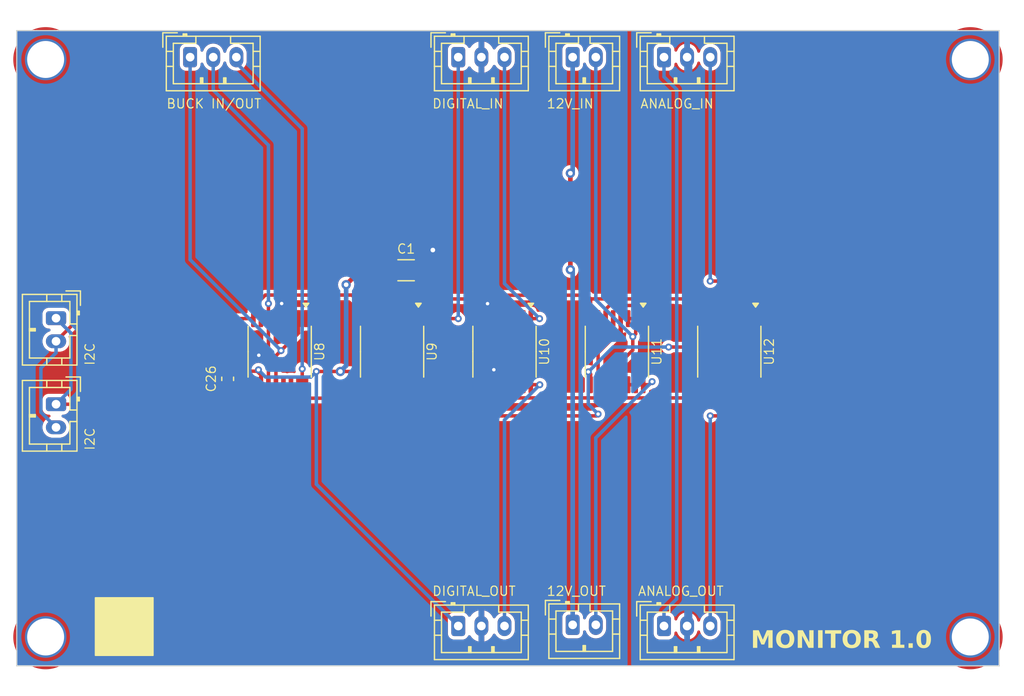
<source format=kicad_pcb>
(kicad_pcb (version 20240108) (generator "pcbnew") (generator_version "8.0")
  (layers (0 "F.Cu" signal) (31 "B.Cu" signal) (34 "B.Paste" user) (35 "F.Paste" user) (36 "B.SilkS" user "B.Silkscreen") (37 "F.SilkS" user "F.Silkscreen") (38 "B.Mask" user) (39 "F.Mask" user) (44 "Edge.Cuts" user))
  (net 0 "")
  (net 1 "PGND")
  (net 2 "7V_IN")
  (net 3 "3V3_IN")
  (net 4 "AGND")
  (net 5 "5V_IN")
  (net 6 "3V3")
  (net 7 "SCL")
  (net 8 "SDA")
  (net 9 "7V_OUT")
  (net 10 "5V_OUT")
  (net 12 "12V_OUT")
  (net 14 "3V3_OUT")
  (net 15 "GND")
  (net 16 "RELAY_GND")
  (net 18 "DC_NEG_OUT")
  (net 19 "DC_POS_OUT")
  (net 21 "DC_POS_IN")
  (net 22 "12V_IN")
  (footprint "Package_SO:TSSOP-16_4.4x5mm_P0.65mm" (layer "F.Cu") (at 128.1 91.3 -90)
    (property "Reference" "U10" (at 0 -3.45 90) (layer "F.SilkS") (effects (font (size 0.8 0.8) (thickness 0.1))))
    (property "Value" "INA260")
    (pad "1" smd roundrect (at -2.8625 -2.275 270) (size 1.475 0.4) (layers "F.Cu" "F.Paste" "F.Mask") (net 5 "5V_IN"))
    (pad "2" smd roundrect (at -2.8625 -1.625 270) (size 1.475 0.4) (layers "F.Cu" "F.Paste" "F.Mask") (net 5 "5V_IN"))
    (pad "3" smd roundrect (at -2.8625 -0.975 270) (size 1.475 0.4) (layers "F.Cu" "F.Paste" "F.Mask") (net 5 "5V_IN"))
    (pad "4" smd roundrect (at -2.8625 -0.325 270) (size 1.475 0.4) (layers "F.Cu" "F.Paste" "F.Mask") (net 14 "3V3_OUT"))
    (pad "5" smd roundrect (at -2.8625 0.325 270) (size 1.475 0.4) (layers "F.Cu" "F.Paste" "F.Mask") (net 15 "GND"))
    (pad "6" smd roundrect (at -2.8625 0.975 270) (size 1.475 0.4) (layers "F.Cu" "F.Paste" "F.Mask") (net 15 "GND"))
    (pad "7" smd roundrect (at -2.8625 1.625 270) (size 1.475 0.4) (layers "F.Cu" "F.Paste" "F.Mask"))
    (pad "8" smd roundrect (at -2.8625 2.275 270) (size 1.475 0.4) (layers "F.Cu" "F.Paste" "F.Mask") (net 8 "SDA"))
    (pad "9" smd roundrect (at 2.8625 2.275 270) (size 1.475 0.4) (layers "F.Cu" "F.Paste" "F.Mask") (net 7 "SCL"))
    (pad "10" smd roundrect (at 2.8625 1.625 270) (size 1.475 0.4) (layers "F.Cu" "F.Paste" "F.Mask") (net 14 "3V3_OUT"))
    (pad "11" smd roundrect (at 2.8625 0.975 270) (size 1.475 0.4) (layers "F.Cu" "F.Paste" "F.Mask") (net 15 "GND"))
    (pad "12" smd roundrect (at 2.8625 0.325 270) (size 1.475 0.4) (layers "F.Cu" "F.Paste" "F.Mask") (net 5 "5V_IN"))
    (pad "13" smd roundrect (at 2.8625 -0.325 270) (size 1.475 0.4) (layers "F.Cu" "F.Paste" "F.Mask"))
    (pad "14" smd roundrect (at 2.8625 -0.975 270) (size 1.475 0.4) (layers "F.Cu" "F.Paste" "F.Mask") (net 10 "5V_OUT"))
    (pad "15" smd roundrect (at 2.8625 -1.625 270) (size 1.475 0.4) (layers "F.Cu" "F.Paste" "F.Mask") (net 10 "5V_OUT"))
    (pad "16" smd roundrect (at 2.8625 -2.275 270) (size 1.475 0.4) (layers "F.Cu" "F.Paste" "F.Mask") (net 10 "5V_OUT"))
  )
  (footprint "MountingHole:MountingHole_3.2mm_M3_DIN965_Pad_TopOnly" (layer "F.Cu") (at 88.4 66 90)
    (property "Reference" "H1" (hide yes))
    (property "Value" "MountingHole")
    (pad "1" thru_hole circle (at 0 0 90) (size 3.6 3.6) (drill 3.2) (layers "*.Cu" "*.Mask"))
    (pad "1" connect circle (at 0 0 90) (size 5.6 5.6) (layers "F.Cu" "F.Mask"))
  )
  (footprint "MountingHole:MountingHole_3.2mm_M3_DIN965_Pad_TopOnly" (layer "F.Cu") (at 88.4 116 90)
    (property "Reference" "H3" (hide yes))
    (property "Value" "MountingHole")
    (pad "1" thru_hole circle (at 0 0 90) (size 3.6 3.6) (drill 3.2) (layers "*.Cu" "*.Mask"))
    (pad "1" connect circle (at 0 0 90) (size 5.6 5.6) (layers "F.Cu" "F.Mask"))
  )
  (footprint "MountingHole:MountingHole_3.2mm_M3_DIN965_Pad_TopOnly" (layer "F.Cu") (at 168.4 66 90)
    (property "Reference" "H2" (hide yes))
    (property "Value" "MountingHole")
    (pad "1" thru_hole circle (at 0 0 90) (size 3.6 3.6) (drill 3.2) (layers "*.Cu" "*.Mask"))
    (pad "1" connect circle (at 0 0 90) (size 5.6 5.6) (layers "F.Cu" "F.Mask"))
  )
  (footprint "Connector_JST:JST_PH_B3B-PH-K_1x03_P2.00mm_Vertical" (layer "F.Cu") (at 141.9 115.05)
    (property "Reference" "J6" (hide yes))
    (property "Value" "Conn_01x03_Pin")
    (pad "1" thru_hole roundrect (at 0 0) (size 1.2 1.75) (drill 0.75) (layers "*.Cu" "*.Mask") (roundrect_rratio 0.208333) (net 18 "DC_NEG_OUT"))
    (pad "2" thru_hole oval (at 2 0) (size 1.2 1.75) (drill 0.75) (layers "*.Cu" "*.Mask") (net 4 "AGND"))
    (pad "3" thru_hole oval (at 4 0) (size 1.2 1.75) (drill 0.75) (layers "*.Cu" "*.Mask") (net 19 "DC_POS_OUT"))
  )
  (footprint "Package_SO:TSSOP-16_4.4x5mm_P0.65mm" (layer "F.Cu") (at 108.65 91.3 -90)
    (property "Reference" "U8" (at 0 -3.45 90) (layer "F.SilkS") (effects (font (size 0.8 0.8) (thickness 0.1))))
    (property "Value" "INA260")
    (pad "1" smd roundrect (at -2.8625 -2.275 270) (size 1.475 0.4) (layers "F.Cu" "F.Paste" "F.Mask") (net 2 "7V_IN"))
    (pad "2" smd roundrect (at -2.8625 -1.625 270) (size 1.475 0.4) (layers "F.Cu" "F.Paste" "F.Mask") (net 2 "7V_IN"))
    (pad "3" smd roundrect (at -2.8625 -0.975 270) (size 1.475 0.4) (layers "F.Cu" "F.Paste" "F.Mask") (net 2 "7V_IN"))
    (pad "4" smd roundrect (at -2.8625 -0.325 270) (size 1.475 0.4) (layers "F.Cu" "F.Paste" "F.Mask") (net 15 "GND"))
    (pad "5" smd roundrect (at -2.8625 0.325 270) (size 1.475 0.4) (layers "F.Cu" "F.Paste" "F.Mask") (net 15 "GND"))
    (pad "6" smd roundrect (at -2.8625 0.975 270) (size 1.475 0.4) (layers "F.Cu" "F.Paste" "F.Mask") (net 1 "PGND"))
    (pad "7" smd roundrect (at -2.8625 1.625 270) (size 1.475 0.4) (layers "F.Cu" "F.Paste" "F.Mask"))
    (pad "8" smd roundrect (at -2.8625 2.275 270) (size 1.475 0.4) (layers "F.Cu" "F.Paste" "F.Mask") (net 8 "SDA"))
    (pad "9" smd roundrect (at 2.8625 2.275 270) (size 1.475 0.4) (layers "F.Cu" "F.Paste" "F.Mask") (net 7 "SCL"))
    (pad "10" smd roundrect (at 2.8625 1.625 270) (size 1.475 0.4) (layers "F.Cu" "F.Paste" "F.Mask") (net 14 "3V3_OUT"))
    (pad "11" smd roundrect (at 2.8625 0.975 270) (size 1.475 0.4) (layers "F.Cu" "F.Paste" "F.Mask") (net 1 "PGND"))
    (pad "12" smd roundrect (at 2.8625 0.325 270) (size 1.475 0.4) (layers "F.Cu" "F.Paste" "F.Mask") (net 2 "7V_IN"))
    (pad "13" smd roundrect (at 2.8625 -0.325 270) (size 1.475 0.4) (layers "F.Cu" "F.Paste" "F.Mask"))
    (pad "14" smd roundrect (at 2.8625 -0.975 270) (size 1.475 0.4) (layers "F.Cu" "F.Paste" "F.Mask") (net 9 "7V_OUT"))
    (pad "15" smd roundrect (at 2.8625 -1.625 270) (size 1.475 0.4) (layers "F.Cu" "F.Paste" "F.Mask") (net 9 "7V_OUT"))
    (pad "16" smd roundrect (at 2.8625 -2.275 270) (size 1.475 0.4) (layers "F.Cu" "F.Paste" "F.Mask") (net 9 "7V_OUT"))
  )
  (footprint "Capacitor_SMD:C_1206_3216Metric_Pad1.33x1.80mm_HandSolder" (layer "F.Cu") (at 119.5875 84.25)
    (property "Reference" "C1" (at 0 -1.85 0) (layer "F.SilkS") (effects (font (size 0.8 0.8) (thickness 0.1))))
    (property "Value" "10u")
    (pad "1" smd roundrect (at -1.5625 0) (size 1.325 1.8) (layers "F.Cu" "F.Paste" "F.Mask") (roundrect_rratio 0.188679) (net 14 "3V3_OUT"))
    (pad "2" smd roundrect (at 1.5625 0) (size 1.325 1.8) (layers "F.Cu" "F.Paste" "F.Mask") (roundrect_rratio 0.188679) (net 15 "GND"))
  )
  (footprint "Capacitor_SMD:C_0603_1608Metric_Pad1.08x0.95mm_HandSolder" (layer "F.Cu") (at 104.15 93.65 90)
    (property "Reference" "C26" (at 0 -1.43 90) (layer "F.SilkS") (effects (font (size 0.8 0.8) (thickness 0.1))))
    (property "Value" "0.1U")
    (pad "1" smd roundrect (at -0.8625 0 90) (size 1.075 0.95) (layers "F.Cu" "F.Paste" "F.Mask") (net 14 "3V3_OUT"))
    (pad "2" smd roundrect (at 0.8625 0 90) (size 1.075 0.95) (layers "F.Cu" "F.Paste" "F.Mask") (net 15 "GND"))
  )
  (footprint "Connector_JST:JST_PH_B2B-PH-K_1x02_P2.00mm_Vertical" (layer "F.Cu") (at 134 114.95)
    (property "Reference" "J4" (hide yes))
    (property "Value" "Conn_01x02_Pin")
    (pad "1" thru_hole roundrect (at 0 0) (size 1.2 1.75) (drill 0.75) (layers "*.Cu" "*.Mask") (roundrect_rratio 0.208333) (net 16 "RELAY_GND"))
    (pad "2" thru_hole oval (at 2 0) (size 1.2 1.75) (drill 0.75) (layers "*.Cu" "*.Mask") (net 12 "12V_OUT"))
  )
  (footprint "Connector_JST:JST_PH_B3B-PH-K_1x03_P2.00mm_Vertical" (layer "F.Cu") (at 100.9 65.8)
    (property "Reference" "J1" (hide yes))
    (property "Value" "Conn_01x03_Pin")
    (pad "1" thru_hole roundrect (at 0 0) (size 1.2 1.75) (drill 0.75) (layers "*.Cu" "*.Mask") (roundrect_rratio 0.208333) (net 2 "7V_IN"))
    (pad "2" thru_hole oval (at 2 0) (size 1.2 1.75) (drill 0.75) (layers "*.Cu" "*.Mask") (net 1 "PGND"))
    (pad "3" thru_hole oval (at 4 0) (size 1.2 1.75) (drill 0.75) (layers "*.Cu" "*.Mask") (net 9 "7V_OUT"))
  )
  (footprint "Connector_JST:JST_PH_B3B-PH-K_1x03_P2.00mm_Vertical" (layer "F.Cu") (at 124.1 65.8)
    (property "Reference" "J2" (hide yes))
    (property "Value" "Conn_01x03_Pin")
    (pad "1" thru_hole roundrect (at 0 0) (size 1.2 1.75) (drill 0.75) (layers "*.Cu" "*.Mask") (roundrect_rratio 0.208333) (net 3 "3V3_IN"))
    (pad "2" thru_hole oval (at 2 0) (size 1.2 1.75) (drill 0.75) (layers "*.Cu" "*.Mask") (net 15 "GND"))
    (pad "3" thru_hole oval (at 4 0) (size 1.2 1.75) (drill 0.75) (layers "*.Cu" "*.Mask") (net 5 "5V_IN"))
  )
  (footprint "Connector_JST:JST_PH_B2B-PH-K_1x02_P2.00mm_Vertical" (layer "F.Cu") (at 89.3 95.85 -90)
    (property "Reference" "J3" (hide yes))
    (property "Value" "Conn_01x02_Pin")
    (pad "1" thru_hole roundrect (at 0 0 270) (size 1.2 1.75) (drill 0.75) (layers "*.Cu" "*.Mask") (roundrect_rratio 0.208333) (net 7 "SCL"))
    (pad "2" thru_hole oval (at 2 0 270) (size 1.2 1.75) (drill 0.75) (layers "*.Cu" "*.Mask") (net 8 "SDA"))
  )
  (footprint "Connector_JST:JST_PH_B2B-PH-K_1x02_P2.00mm_Vertical" (layer "F.Cu") (at 134 65.8)
    (property "Reference" "J8" (hide yes))
    (property "Value" "Conn_01x02_Pin")
    (pad "1" thru_hole roundrect (at 0 0) (size 1.2 1.75) (drill 0.75) (layers "*.Cu" "*.Mask") (roundrect_rratio 0.208333) (net 16 "RELAY_GND"))
    (pad "2" thru_hole oval (at 2 0) (size 1.2 1.75) (drill 0.75) (layers "*.Cu" "*.Mask") (net 22 "12V_IN"))
  )
  (footprint "Package_SO:TSSOP-16_4.4x5mm_P0.65mm" (layer "F.Cu") (at 118.375 91.3 -90)
    (property "Reference" "U9" (at 0 -3.45 90) (layer "F.SilkS") (effects (font (size 0.8 0.8) (thickness 0.1))))
    (property "Value" "INA260")
    (pad "1" smd roundrect (at -2.8625 -2.275 270) (size 1.475 0.4) (layers "F.Cu" "F.Paste" "F.Mask") (net 3 "3V3_IN"))
    (pad "2" smd roundrect (at -2.8625 -1.625 270) (size 1.475 0.4) (layers "F.Cu" "F.Paste" "F.Mask") (net 3 "3V3_IN"))
    (pad "3" smd roundrect (at -2.8625 -0.975 270) (size 1.475 0.4) (layers "F.Cu" "F.Paste" "F.Mask") (net 3 "3V3_IN"))
    (pad "4" smd roundrect (at -2.8625 -0.325 270) (size 1.475 0.4) (layers "F.Cu" "F.Paste" "F.Mask") (net 6 "3V3"))
    (pad "5" smd roundrect (at -2.8625 0.325 270) (size 1.475 0.4) (layers "F.Cu" "F.Paste" "F.Mask") (net 6 "3V3"))
    (pad "6" smd roundrect (at -2.8625 0.975 270) (size 1.475 0.4) (layers "F.Cu" "F.Paste" "F.Mask") (net 15 "GND"))
    (pad "7" smd roundrect (at -2.8625 1.625 270) (size 1.475 0.4) (layers "F.Cu" "F.Paste" "F.Mask"))
    (pad "8" smd roundrect (at -2.8625 2.275 270) (size 1.475 0.4) (layers "F.Cu" "F.Paste" "F.Mask") (net 8 "SDA"))
    (pad "9" smd roundrect (at 2.8625 2.275 270) (size 1.475 0.4) (layers "F.Cu" "F.Paste" "F.Mask") (net 7 "SCL"))
    (pad "10" smd roundrect (at 2.8625 1.625 270) (size 1.475 0.4) (layers "F.Cu" "F.Paste" "F.Mask") (net 14 "3V3_OUT"))
    (pad "11" smd roundrect (at 2.8625 0.975 270) (size 1.475 0.4) (layers "F.Cu" "F.Paste" "F.Mask") (net 15 "GND"))
    (pad "12" smd roundrect (at 2.8625 0.325 270) (size 1.475 0.4) (layers "F.Cu" "F.Paste" "F.Mask") (net 3 "3V3_IN"))
    (pad "13" smd roundrect (at 2.8625 -0.325 270) (size 1.475 0.4) (layers "F.Cu" "F.Paste" "F.Mask"))
    (pad "14" smd roundrect (at 2.8625 -0.975 270) (size 1.475 0.4) (layers "F.Cu" "F.Paste" "F.Mask") (net 14 "3V3_OUT"))
    (pad "15" smd roundrect (at 2.8625 -1.625 270) (size 1.475 0.4) (layers "F.Cu" "F.Paste" "F.Mask") (net 14 "3V3_OUT"))
    (pad "16" smd roundrect (at 2.8625 -2.275 270) (size 1.475 0.4) (layers "F.Cu" "F.Paste" "F.Mask") (net 14 "3V3_OUT"))
  )
  (footprint "Package_SO:TSSOP-16_4.4x5mm_P0.65mm" (layer "F.Cu") (at 137.825 91.3 -90)
    (property "Reference" "U11" (at 0 -3.45 90) (layer "F.SilkS") (effects (font (size 0.8 0.8) (thickness 0.1))))
    (property "Value" "INA260")
    (pad "1" smd roundrect (at -2.8625 -2.275 270) (size 1.475 0.4) (layers "F.Cu" "F.Paste" "F.Mask") (net 22 "12V_IN"))
    (pad "2" smd roundrect (at -2.8625 -1.625 270) (size 1.475 0.4) (layers "F.Cu" "F.Paste" "F.Mask") (net 22 "12V_IN"))
    (pad "3" smd roundrect (at -2.8625 -0.975 270) (size 1.475 0.4) (layers "F.Cu" "F.Paste" "F.Mask") (net 22 "12V_IN"))
    (pad "4" smd roundrect (at -2.8625 -0.325 270) (size 1.475 0.4) (layers "F.Cu" "F.Paste" "F.Mask") (net 15 "GND"))
    (pad "5" smd roundrect (at -2.8625 0.325 270) (size 1.475 0.4) (layers "F.Cu" "F.Paste" "F.Mask") (net 14 "3V3_OUT"))
    (pad "6" smd roundrect (at -2.8625 0.975 270) (size 1.475 0.4) (layers "F.Cu" "F.Paste" "F.Mask") (net 15 "GND"))
    (pad "7" smd roundrect (at -2.8625 1.625 270) (size 1.475 0.4) (layers "F.Cu" "F.Paste" "F.Mask"))
    (pad "8" smd roundrect (at -2.8625 2.275 270) (size 1.475 0.4) (layers "F.Cu" "F.Paste" "F.Mask") (net 8 "SDA"))
    (pad "9" smd roundrect (at 2.8625 2.275 270) (size 1.475 0.4) (layers "F.Cu" "F.Paste" "F.Mask") (net 7 "SCL"))
    (pad "10" smd roundrect (at 2.8625 1.625 270) (size 1.475 0.4) (layers "F.Cu" "F.Paste" "F.Mask") (net 14 "3V3_OUT"))
    (pad "11" smd roundrect (at 2.8625 0.975 270) (size 1.475 0.4) (layers "F.Cu" "F.Paste" "F.Mask") (net 15 "GND"))
    (pad "12" smd roundrect (at 2.8625 0.325 270) (size 1.475 0.4) (layers "F.Cu" "F.Paste" "F.Mask") (net 22 "12V_IN"))
    (pad "13" smd roundrect (at 2.8625 -0.325 270) (size 1.475 0.4) (layers "F.Cu" "F.Paste" "F.Mask"))
    (pad "14" smd roundrect (at 2.8625 -0.975 270) (size 1.475 0.4) (layers "F.Cu" "F.Paste" "F.Mask") (net 12 "12V_OUT"))
    (pad "15" smd roundrect (at 2.8625 -1.625 270) (size 1.475 0.4) (layers "F.Cu" "F.Paste" "F.Mask") (net 12 "12V_OUT"))
    (pad "16" smd roundrect (at 2.8625 -2.275 270) (size 1.475 0.4) (layers "F.Cu" "F.Paste" "F.Mask") (net 12 "12V_OUT"))
  )
  (footprint "Connector_JST:JST_PH_B2B-PH-K_1x02_P2.00mm_Vertical" (layer "F.Cu") (at 89.3 88.4 -90)
    (property "Reference" "J9" (hide yes))
    (property "Value" "Conn_01x02_Pin")
    (pad "1" thru_hole roundrect (at 0 0 270) (size 1.2 1.75) (drill 0.75) (layers "*.Cu" "*.Mask") (roundrect_rratio 0.208333) (net 7 "SCL"))
    (pad "2" thru_hole oval (at 2 0 270) (size 1.2 1.75) (drill 0.75) (layers "*.Cu" "*.Mask") (net 8 "SDA"))
  )
  (footprint "MountingHole:MountingHole_3.2mm_M3_DIN965_Pad_TopOnly" (layer "F.Cu") (at 168.4 116 90)
    (property "Reference" "H4" (hide yes))
    (property "Value" "MountingHole")
    (pad "1" thru_hole circle (at 0 0 90) (size 3.6 3.6) (drill 3.2) (layers "*.Cu" "*.Mask"))
    (pad "1" connect circle (at 0 0 90) (size 5.6 5.6) (layers "F.Cu" "F.Mask"))
  )
  (footprint "Connector_JST:JST_PH_B3B-PH-K_1x03_P2.00mm_Vertical" (layer "F.Cu") (at 141.9 65.8)
    (property "Reference" "J7" (hide yes))
    (property "Value" "Conn_01x03_Pin")
    (pad "1" thru_hole roundrect (at 0 0) (size 1.2 1.75) (drill 0.75) (layers "*.Cu" "*.Mask") (roundrect_rratio 0.208333) (net 18 "DC_NEG_OUT"))
    (pad "2" thru_hole oval (at 2 0) (size 1.2 1.75) (drill 0.75) (layers "*.Cu" "*.Mask") (net 4 "AGND"))
    (pad "3" thru_hole oval (at 4 0) (size 1.2 1.75) (drill 0.75) (layers "*.Cu" "*.Mask") (net 21 "DC_POS_IN"))
  )
  (footprint "Package_SO:TSSOP-16_4.4x5mm_P0.65mm" (layer "F.Cu") (at 147.55 91.3 -90)
    (property "Reference" "U12" (at 0 -3.45 90) (layer "F.SilkS") (effects (font (size 0.8 0.8) (thickness 0.1))))
    (property "Value" "INA260")
    (pad "1" smd roundrect (at -2.8625 -2.275 270) (size 1.475 0.4) (layers "F.Cu" "F.Paste" "F.Mask") (net 21 "DC_POS_IN"))
    (pad "2" smd roundrect (at -2.8625 -1.625 270) (size 1.475 0.4) (layers "F.Cu" "F.Paste" "F.Mask") (net 21 "DC_POS_IN"))
    (pad "3" smd roundrect (at -2.8625 -0.975 270) (size 1.475 0.4) (layers "F.Cu" "F.Paste" "F.Mask") (net 21 "DC_POS_IN"))
    (pad "4" smd roundrect (at -2.8625 -0.325 270) (size 1.475 0.4) (layers "F.Cu" "F.Paste" "F.Mask") (net 15 "GND"))
    (pad "5" smd roundrect (at -2.8625 0.325 270) (size 1.475 0.4) (layers "F.Cu" "F.Paste" "F.Mask") (net 7 "SCL"))
    (pad "6" smd roundrect (at -2.8625 0.975 270) (size 1.475 0.4) (layers "F.Cu" "F.Paste" "F.Mask") (net 15 "GND"))
    (pad "7" smd roundrect (at -2.8625 1.625 270) (size 1.475 0.4) (layers "F.Cu" "F.Paste" "F.Mask"))
    (pad "8" smd roundrect (at -2.8625 2.275 270) (size 1.475 0.4) (layers "F.Cu" "F.Paste" "F.Mask") (net 8 "SDA"))
    (pad "9" smd roundrect (at 2.8625 2.275 270) (size 1.475 0.4) (layers "F.Cu" "F.Paste" "F.Mask") (net 7 "SCL"))
    (pad "10" smd roundrect (at 2.8625 1.625 270) (size 1.475 0.4) (layers "F.Cu" "F.Paste" "F.Mask") (net 14 "3V3_OUT"))
    (pad "11" smd roundrect (at 2.8625 0.975 270) (size 1.475 0.4) (layers "F.Cu" "F.Paste" "F.Mask") (net 15 "GND"))
    (pad "12" smd roundrect (at 2.8625 0.325 270) (size 1.475 0.4) (layers "F.Cu" "F.Paste" "F.Mask") (net 21 "DC_POS_IN"))
    (pad "13" smd roundrect (at 2.8625 -0.325 270) (size 1.475 0.4) (layers "F.Cu" "F.Paste" "F.Mask"))
    (pad "14" smd roundrect (at 2.8625 -0.975 270) (size 1.475 0.4) (layers "F.Cu" "F.Paste" "F.Mask") (net 19 "DC_POS_OUT"))
    (pad "15" smd roundrect (at 2.8625 -1.625 270) (size 1.475 0.4) (layers "F.Cu" "F.Paste" "F.Mask") (net 19 "DC_POS_OUT"))
    (pad "16" smd roundrect (at 2.8625 -2.275 270) (size 1.475 0.4) (layers "F.Cu" "F.Paste" "F.Mask") (net 19 "DC_POS_OUT"))
  )
  (footprint "Connector_JST:JST_PH_B3B-PH-K_1x03_P2.00mm_Vertical" (layer "F.Cu") (at 124.1 115.05)
    (property "Reference" "J5" (hide yes))
    (property "Value" "Conn_01x03_Pin")
    (pad "1" thru_hole roundrect (at 0 0) (size 1.2 1.75) (drill 0.75) (layers "*.Cu" "*.Mask") (roundrect_rratio 0.208333) (net 14 "3V3_OUT"))
    (pad "2" thru_hole oval (at 2 0) (size 1.2 1.75) (drill 0.75) (layers "*.Cu" "*.Mask") (net 15 "GND"))
    (pad "3" thru_hole oval (at 4 0) (size 1.2 1.75) (drill 0.75) (layers "*.Cu" "*.Mask") (net 10 "5V_OUT"))
  )
  (gr_rect (start 92.7 112.6) (end 97.7 117.6) (stroke (width 0.1)) (fill solid) (layer "F.SilkS"))
  (gr_line (start 170.9 63.5) (end 170.9 118.5) (stroke (width 0.1)) (layer "Edge.Cuts"))
  (gr_line (start 85.9 63.5) (end 170.9 63.5) (stroke (width 0.1)) (layer "Edge.Cuts"))
  (gr_line (start 85.9 118.5) (end 85.9 63.5) (stroke (width 0.1)) (layer "Edge.Cuts"))
  (gr_line (start 170.9 118.5) (end 85.9 118.5) (stroke (width 0.1)) (layer "Edge.Cuts"))
  (gr_text "DIGITAL_OUT\n" (at 121.8 112.5 0) (layer "F.SilkS") (effects (font (size 0.8 0.8) (thickness 0.1)) (justify left bottom)))
  (gr_text "12V_IN\n" (at 131.7 70.3 0) (layer "F.SilkS") (effects (font (size 0.8 0.8) (thickness 0.1)) (justify left bottom)))
  (gr_text "I2C" (at 92.7 99.9 90) (layer "F.SilkS") (effects (font (size 0.8 0.8) (thickness 0.1)) (justify left bottom)))
  (gr_text "BUCK IN/OUT" (at 98.8 70.3 0) (layer "F.SilkS") (effects (font (size 0.8 0.8) (thickness 0.1)) (justify left bottom)))
  (gr_text "MONITOR 1.0" (at 165.1 117.2 0) (layer "F.SilkS") (effects (font (size 1.5 1.5) (thickness 0.2) (bold yes)) (justify right bottom)))
  (gr_text "DIGITAL_IN" (at 121.8 70.3 0) (layer "F.SilkS") (effects (font (size 0.8 0.8) (thickness 0.1)) (justify left bottom)))
  (gr_text "12V_OUT" (at 131.7 112.5 0) (layer "F.SilkS") (effects (font (size 0.8 0.8) (thickness 0.1)) (justify left bottom)))
  (gr_text "ANALOG_IN\n" (at 139.8 70.3 0) (layer "F.SilkS") (effects (font (size 0.8 0.8) (thickness 0.1)) (justify left bottom)))
  (gr_text "ANALOG_OUT" (at 139.6 112.5 0) (layer "F.SilkS") (effects (font (size 0.8 0.8) (thickness 0.1)) (justify left bottom)))
  (gr_text "I2C" (at 92.7 92.55 90) (layer "F.SilkS") (effects (font (size 0.8 0.8) (thickness 0.1)) (justify left bottom)))
  (segment (start 107.675 94.1625) (end 107.675 88.4375) (width 0.3) (layer "F.Cu") (net 1))
  (segment (start 107.675 87.1345) (end 107.675 88.4375) (width 0.3) (layer "F.Cu") (net 1))
  (via (at 107.675 87.1345) (size 0.6) (drill 0.3) (layers "F.Cu" "B.Cu") (net 1))
  (segment (start 107.675 73.425) (end 107.675 87.1345) (width 0.3) (layer "B.Cu") (net 1))
  (segment (start 102.9 65.8) (end 102.9 68.65) (width 0.3) (layer "B.Cu") (net 1))
  (segment (start 102.9 68.65) (end 107.675 73.425) (width 0.3) (layer "B.Cu") (net 1))
  (segment (start 108.7696 91.2063) (end 108.325 91.6509) (width 0.3) (layer "F.Cu") (net 2))
  (segment (start 108.325 91.6509) (end 108.325 94.1625) (width 0.3) (layer "F.Cu") (net 2))
  (segment (start 110.925 88.4375) (end 110.275 88.4375) (width 0.3) (layer "F.Cu") (net 2))
  (segment (start 110.275 88.4375) (end 110.275 89.7009) (width 0.3) (layer "F.Cu") (net 2))
  (segment (start 110.275 89.7009) (end 108.7696 91.2063) (width 0.3) (layer "F.Cu") (net 2))
  (segment (start 110.275 88.4375) (end 109.625 88.4375) (width 0.3) (layer "F.Cu") (net 2))
  (via (at 108.7696 91.2063) (size 0.6) (drill 0.3) (layers "F.Cu" "B.Cu") (net 2))
  (segment (start 100.9 65.8) (end 100.9 83.3367) (width 0.3) (layer "B.Cu") (net 2))
  (segment (start 100.9 83.3367) (end 108.7696 91.2063) (width 0.3) (layer "B.Cu") (net 2))
  (segment (start 120 88.4375) (end 120 89.449) (width 0.3) (layer "F.Cu") (net 3))
  (segment (start 120.65 88.4375) (end 124.1 88.4375) (width 0.3) (layer "F.Cu") (net 3))
  (segment (start 120 88.4375) (end 120.65 88.4375) (width 0.3) (layer "F.Cu") (net 3))
  (segment (start 120 89.449) (end 118.05 91.399) (width 0.3) (layer "F.Cu") (net 3))
  (segment (start 120 88.4375) (end 119.35 88.4375) (width 0.3) (layer "F.Cu") (net 3))
  (segment (start 118.05 91.399) (end 118.05 94.1625) (width 0.3) (layer "F.Cu") (net 3))
  (via (at 124.1 88.4375) (size 0.6) (drill 0.3) (layers "F.Cu" "B.Cu") (net 3))
  (segment (start 124.1 65.8) (end 124.1 88.4375) (width 0.3) (layer "B.Cu") (net 3))
  (segment (start 144.2 114.75) (end 143.9 115.05) (width 0.3) (layer "B.Cu") (net 4))
  (segment (start 143.9 65.8) (end 144.2 66.1) (width 0.3) (layer "B.Cu") (net 4))
  (segment (start 144.2 66.1) (end 144.2 114.75) (width 0.3) (layer "B.Cu") (net 4))
  (segment (start 129.725 88.4375) (end 129.725 91.4149) (width 0.3) (layer "F.Cu") (net 5))
  (segment (start 127.775 93.3649) (end 127.775 94.1625) (width 0.3) (layer "F.Cu") (net 5))
  (segment (start 130.375 88.4375) (end 131.1348 88.4375) (width 0.3) (layer "F.Cu") (net 5))
  (segment (start 129.725 91.4149) (end 127.775 93.3649) (width 0.3) (layer "F.Cu") (net 5))
  (segment (start 129.725 88.4375) (end 129.075 88.4375) (width 0.3) (layer "F.Cu") (net 5))
  (segment (start 129.725 88.4375) (end 130.375 88.4375) (width 0.3) (layer "F.Cu") (net 5))
  (via (at 131.1348 88.4375) (size 0.6) (drill 0.3) (layers "F.Cu" "B.Cu") (net 5))
  (segment (start 128.1 65.8) (end 128.1 85.4027) (width 0.3) (layer "B.Cu") (net 5))
  (segment (start 128.1 85.4027) (end 131.1348 88.4375) (width 0.3) (layer "B.Cu") (net 5))
  (segment (start 118.7 88.4375) (end 118.05 88.4375) (width 0.3) (layer "F.Cu") (net 6))
  (segment (start 116.2462 95.2023) (end 116.2462 95.2365) (width 0.3) (layer "F.Cu") (net 7))
  (segment (start 135.55 93.25) (end 135.35 93.05) (width 0.3) (layer "F.Cu") (net 7))
  (segment (start 145.275 92.3493) (end 145.275 94.1625) (width 0.3) (layer "F.Cu") (net 7))
  (segment (start 105.4851 95.85) (end 89.3 95.85) (width 0.3) (layer "F.Cu") (net 7))
  (segment (start 120.4148 95.5771) (end 120.6503 95.3416) (width 0.3) (layer "F.Cu") (net 7))
  (segment (start 106.375 94.9601) (end 106.7446 95.3297) (width 0.3) (layer "F.Cu") (net 7))
  (segment (start 127.3409 96.8575) (end 136.0425 96.8575) (width 0.3) (layer "F.Cu") (net 7))
  (segment (start 106.375 94.9601) (end 105.4851 95.85) (width 0.3) (layer "F.Cu") (net 7))
  (segment (start 116.2462 95.2365) (end 116.2477 95.238) (width 0.3) (layer "F.Cu") (net 7))
  (segment (start 125.825 95.3416) (end 125.825 94.1625) (width 0.3) (layer "F.Cu") (net 7))
  (segment (start 125.825 95.3416) (end 127.3409 96.8575) (width 0.3) (layer "F.Cu") (net 7))
  (segment (start 135.55 94.1625) (end 135.55 93.25) (width 0.3) (layer "F.Cu") (net 7))
  (segment (start 119.6895 95.8933) (end 120.0057 95.5771) (width 0.3) (layer "F.Cu") (net 7))
  (segment (start 145.275 92.3493) (end 143.8257 90.9) (width 0.3) (layer "F.Cu") (net 7))
  (segment (start 143.8257 90.9) (end 142.3 90.9) (width 0.3) (layer "F.Cu") (net 7))
  (segment (start 120.0057 95.5771) (end 120.4148 95.5771) (width 0.3) (layer "F.Cu") (net 7))
  (segment (start 120.6503 95.3416) (end 125.825 95.3416) (width 0.3) (layer "F.Cu") (net 7))
  (segment (start 116.2477 95.238) (end 116.2477 95.2951) (width 0.3) (layer "F.Cu") (net 7))
  (segment (start 106.375 94.1625) (end 106.375 94.9601) (width 0.3) (layer "F.Cu") (net 7))
  (segment (start 145.275 92.3493) (end 145.275 91.4011) (width 0.3) (layer "F.Cu") (net 7))
  (segment (start 106.7446 95.3297) (end 114.9328 95.3297) (width 0.3) (layer "F.Cu") (net 7))
  (segment (start 136.0425 96.8575) (end 136.2 96.7) (width 0.3) (layer "F.Cu") (net 7))
  (segment (start 116.2477 95.2951) (end 116.8459 95.8933) (width 0.3) (layer "F.Cu") (net 7))
  (segment (start 114.9328 95.3297) (end 115.6532 94.6093) (width 0.3) (layer "F.Cu") (net 7))
  (segment (start 115.6532 94.6093) (end 116.1 94.1625) (width 0.3) (layer "F.Cu") (net 7))
  (segment (start 115.6532 94.6093) (end 116.2462 95.2023) (width 0.3) (layer "F.Cu") (net 7))
  (segment (start 147.225 89.4511) (end 147.225 88.4375) (width 0.3) (layer "F.Cu") (net 7))
  (segment (start 145.275 91.4011) (end 147.225 89.4511) (width 0.3) (layer "F.Cu") (net 7))
  (segment (start 116.8459 95.8933) (end 119.6895 95.8933) (width 0.3) (layer "F.Cu") (net 7))
  (via (at 142.3 90.9) (size 0.6) (drill 0.3) (layers "F.Cu" "B.Cu") (net 7))
  (via (at 136.2 96.7) (size 0.6) (drill 0.3) (layers "F.Cu" "B.Cu") (net 7))
  (via (at 135.35 93.05) (size 0.6) (drill 0.3) (layers "F.Cu" "B.Cu") (net 7))
  (segment (start 89.3 95.85) (end 90.5883 94.5617) (width 0.3) (layer "B.Cu") (net 7))
  (segment (start 135.35 93.05) (end 135.35 95.85) (width 0.3) (layer "B.Cu") (net 7))
  (segment (start 90.5883 94.5617) (end 90.5883 89.6883) (width 0.3) (layer "B.Cu") (net 7))
  (segment (start 90.5883 89.6883) (end 89.3 88.4) (width 0.3) (layer "B.Cu") (net 7))
  (segment (start 135.35 95.85) (end 136.2 96.7) (width 0.3) (layer "B.Cu") (net 7))
  (segment (start 135.35 93.05) (end 137.5 90.9) (width 0.3) (layer "B.Cu") (net 7))
  (segment (start 137.5 90.9) (end 142.3 90.9) (width 0.3) (layer "B.Cu") (net 7))
  (segment (start 116.1 87.6021) (end 116.1 88.4375) (width 0.3) (layer "F.Cu") (net 8))
  (segment (start 116.9671 86.735) (end 116.1 87.6021) (width 0.3) (layer "F.Cu") (net 8))
  (segment (start 116.1 87.6021) (end 114.8944 86.3965) (width 0.3) (layer "F.Cu") (net 8))
  (segment (start 135.2335 86.412) (end 135.55 86.7285) (width 0.3) (layer "F.Cu") (net 8))
  (segment (start 135.55 86.7285) (end 135.55 88.4375) (width 0.3) (layer "F.Cu") (net 8))
  (segment (start 91.2625 88.4375) (end 106.375 88.4375) (width 0.3) (layer "F.Cu") (net 8))
  (segment (start 107.411 86.3965) (end 106.375 87.4325) (width 0.3) (layer "F.Cu") (net 8))
  (segment (start 106.375 87.4325) (end 106.375 88.4375) (width 0.3) (layer "F.Cu") (net 8))
  (segment (start 126.3471 86.412) (end 135.2335 86.412) (width 0.3) (layer "F.Cu") (net 8))
  (segment (start 114.8944 86.3965) (end 107.411 86.3965) (width 0.3) (layer "F.Cu") (net 8))
  (segment (start 143.566 86.7285) (end 145.275 88.4375) (width 0.3) (layer "F.Cu") (net 8))
  (segment (start 125.825 86.9341) (end 125.6259 86.735) (width 0.3) (layer "F.Cu") (net 8))
  (segment (start 125.6259 86.735) (end 116.9671 86.735) (width 0.3) (layer "F.Cu") (net 8))
  (segment (start 135.55 86.7285) (end 143.566 86.7285) (width 0.3) (layer "F.Cu") (net 8))
  (segment (start 125.825 88.4375) (end 125.825 86.9341) (width 0.3) (layer "F.Cu") (net 8))
  (segment (start 125.825 86.9341) (end 126.3471 86.412) (width 0.3) (layer "F.Cu") (net 8))
  (segment (start 89.3 90.4) (end 91.2625 88.4375) (width 0.3) (layer "F.Cu") (net 8))
  (segment (start 87.9907 96.5407) (end 87.9907 92.711) (width 0.3) (layer "B.Cu") (net 8))
  (segment (start 87.9907 92.711) (end 89.3 91.4017) (width 0.3) (layer "B.Cu") (net 8))
  (segment (start 89.3 90.4) (end 89.3 91.4017) (width 0.3) (layer "B.Cu") (net 8))
  (segment (start 89.3 97.85) (end 87.9907 96.5407) (width 0.3) (layer "B.Cu") (net 8))
  (segment (start 110.275 94.1625) (end 110.6 94.1625) (width 0.3) (layer "F.Cu") (net 9))
  (segment (start 110.6 94.1625) (end 110.6 92.7909) (width 0.3) (layer "F.Cu") (net 9))
  (segment (start 110.6 94.1625) (end 110.925 94.1625) (width 0.3) (layer "F.Cu") (net 9))
  (segment (start 109.625 94.1625) (end 110.275 94.1625) (width 0.3) (layer "F.Cu") (net 9))
  (via (at 110.6 92.7909) (size 0.6) (drill 0.3) (layers "F.Cu" "B.Cu") (net 9))
  (segment (start 104.9 66.3) (end 110.6 72) (width 0.3) (layer "B.Cu") (net 9))
  (segment (start 110.6 72) (end 110.6 92.7909) (width 0.3) (layer "B.Cu") (net 9))
  (segment (start 104.9 65.8) (end 104.9 66.3) (width 0.3) (layer "B.Cu") (net 9))
  (segment (start 129.075 94.1625) (end 129.725 94.1625) (width 0.3) (layer "F.Cu") (net 10))
  (segment (start 129.725 94.1625) (end 130.375 94.1625) (width 0.3) (layer "F.Cu") (net 10))
  (segment (start 130.375 94.1625) (end 131.1521 94.1625) (width 0.3) (layer "F.Cu") (net 10))
  (via (at 131.1521 94.1625) (size 0.6) (drill 0.3) (layers "F.Cu" "B.Cu") (net 10))
  (segment (start 128.1 115.05) (end 128.1 97.2146) (width 0.3) (layer "B.Cu") (net 10))
  (segment (start 128.1 97.2146) (end 131.1521 94.1625) (width 0.3) (layer "B.Cu") (net 10))
  (segment (start 139.45 94.1625) (end 140.1 94.1625) (width 0.3) (layer "F.Cu") (net 12))
  (segment (start 140.6009 94.1625) (end 140.8711 93.8923) (width 0.3) (layer "F.Cu") (net 12))
  (segment (start 140.1 94.1625) (end 140.6009 94.1625) (width 0.3) (layer "F.Cu") (net 12))
  (segment (start 138.8 94.1625) (end 139.45 94.1625) (width 0.3) (layer "F.Cu") (net 12))
  (via (at 140.8711 93.8923) (size 0.6) (drill 0.3) (layers "F.Cu" "B.Cu") (net 12))
  (segment (start 140.8711 93.8923) (end 136 98.7634) (width 0.3) (layer "B.Cu") (net 12))
  (segment (start 136 98.7634) (end 136 114.95) (width 0.3) (layer "B.Cu") (net 12))
  (segment (start 116.75 94.1625) (end 116.75 93.3169) (width 0.3) (layer "F.Cu") (net 14))
  (segment (start 126.475 92.9828) (end 126.475 94.1625) (width 0.3) (layer "F.Cu") (net 14))
  (segment (start 135.8739 95.3021) (end 126.8011 95.3021) (width 0.3) (layer "F.Cu") (net 14))
  (segment (start 145.925 94.1625) (end 145.925 94.9977) (width 0.3) (layer "F.Cu") (net 14))
  (segment (start 120.0986 95.0254) (end 119.7772 95.0254) (width 0.3) (layer "F.Cu") (net 14))
  (segment (start 120 94.2843) (end 120.1862 94.4705) (width 0.3) (layer "F.Cu") (net 14))
  (segment (start 106.6948 92.9888) (end 107.025 93.3191) (width 0.3) (layer "F.Cu") (net 14))
  (segment (start 145.925 94.9977) (end 145.6206 95.3021) (width 0.3) (layer "F.Cu") (net 14))
  (segment (start 117.1315 95.3416) (end 116.7979 95.008) (width 0.3) (layer "F.Cu") (net 14))
  (segment (start 136.2 94.976) (end 135.8739 95.3021) (width 0.3) (layer "F.Cu") (net 14))
  (segment (start 113.9 93.0143) (end 111.8224 93.0143) (width 0.3) (layer "F.Cu") (net 14))
  (segment (start 126.475 94.976) (end 126.475 94.1625) (width 0.3) (layer "F.Cu") (net 14))
  (segment (start 137.5 90.099) (end 136.2 91.399) (width 0.3) (layer "F.Cu") (net 14))
  (segment (start 136.5261 95.3021) (end 136.2 94.976) (width 0.3) (layer "F.Cu") (net 14))
  (segment (start 120.1863 94.9377) (end 120.0986 95.0254) (width 0.3) (layer "F.Cu") (net 14))
  (segment (start 120.1862 94.4705) (end 120.1863 94.4705) (width 0.3) (layer "F.Cu") (net 14))
  (segment (start 104.15 94.5125) (end 105.6737 92.9888) (width 0.3) (layer "F.Cu") (net 14))
  (segment (start 107.025 93.3191) (end 107.025 94.1625) (width 0.3) (layer "F.Cu") (net 14))
  (segment (start 137.5 88.4375) (end 137.5 90.099) (width 0.3) (layer "F.Cu") (net 14))
  (segment (start 116.7979 95.008) (end 116.7979 94.2104) (width 0.3) (layer "F.Cu") (net 14))
  (segment (start 120.1863 94.4705) (end 120.1863 94.9377) (width 0.3) (layer "F.Cu") (net 14))
  (segment (start 136.2 94.976) (end 136.2 94.1625) (width 0.3) (layer "F.Cu") (net 14))
  (segment (start 128.425 90.5389) (end 126.475 92.4889) (width 0.3) (layer "F.Cu") (net 14))
  (segment (start 120 94.1625) (end 120.65 94.1625) (width 0.3) (layer "F.Cu") (net 14))
  (segment (start 128.425 88.4375) (end 128.425 90.5389) (width 0.3) (layer "F.Cu") (net 14))
  (segment (start 121.8297 92.9828) (end 120.65 94.1625) (width 0.3) (layer "F.Cu") (net 14))
  (segment (start 115.65 84.25) (end 114.4 85.5) (width 0.4) (layer "F.Cu") (net 14))
  (segment (start 106.6947 92.9888) (end 106.6948 92.9888) (width 0.3) (layer "F.Cu") (net 14))
  (segment (start 119.461 95.3416) (end 117.1315 95.3416) (width 0.3) (layer "F.Cu") (net 14))
  (segment (start 116.7979 94.2104) (end 116.75 94.1625) (width 0.3) (layer "F.Cu") (net 14))
  (segment (start 118.025 84.25) (end 115.65 84.25) (width 0.4) (layer "F.Cu") (net 14))
  (segment (start 136.2 91.399) (end 136.2 94.1625) (width 0.3) (layer "F.Cu") (net 14))
  (segment (start 116.4474 93.0143) (end 113.9 93.0143) (width 0.3) (layer "F.Cu") (net 14))
  (segment (start 105.6737 92.9888) (end 106.6947 92.9888) (width 0.3) (layer "F.Cu") (net 14))
  (segment (start 126.475 92.4889) (end 126.475 92.9828) (width 0.3) (layer "F.Cu") (net 14))
  (segment (start 106.6948 92.9888) (end 106.8122 92.8714) (width 0.3) (layer "F.Cu") (net 14))
  (segment (start 126.475 92.9828) (end 121.8297 92.9828) (width 0.3) (layer "F.Cu") (net 14))
  (segment (start 126.8011 95.3021) (end 126.475 94.976) (width 0.3) (layer "F.Cu") (net 14))
  (segment (start 120 94.1625) (end 120 94.2843) (width 0.3) (layer "F.Cu") (net 14))
  (segment (start 119.7772 95.0254) (end 119.461 95.3416) (width 0.3) (layer "F.Cu") (net 14))
  (segment (start 119.35 94.1625) (end 120 94.1625) (width 0.3) (layer "F.Cu") (net 14))
  (segment (start 145.6206 95.3021) (end 136.5261 95.3021) (width 0.3) (layer "F.Cu") (net 14))
  (segment (start 116.75 93.3169) (end 116.4474 93.0143) (width 0.3) (layer "F.Cu") (net 14))
  (via (at 113.9 93.0143) (size 0.8) (drill 0.4) (layers "F.Cu" "B.Cu") (net 14))
  (via (at 106.8122 92.8714) (size 0.6) (drill 0.3) (layers "F.Cu" "B.Cu") (net 14))
  (via (at 111.8224 93.0143) (size 0.6) (drill 0.3) (layers "F.Cu" "B.Cu") (net 14))
  (via (at 114.4 85.5) (size 0.8) (drill 0.4) (layers "F.Cu" "B.Cu") (net 14))
  (segment (start 111.8224 93.0143) (end 111.8224 102.7724) (width 0.3) (layer "B.Cu") (net 14))
  (segment (start 114.4 85.5) (end 114.4 92.5143) (width 0.4) (layer "B.Cu") (net 14))
  (segment (start 114.4 92.5143) (end 113.9 93.0143) (width 0.4) (layer "B.Cu") (net 14))
  (segment (start 107.4402 93.4994) (end 106.8122 92.8714) (width 0.3) (layer "B.Cu") (net 14))
  (segment (start 111.8224 102.7724) (end 124.1 115.05) (width 0.3) (layer "B.Cu") (net 14))
  (segment (start 111.8224 93.0143) (end 111.3373 93.4994) (width 0.3) (layer "B.Cu") (net 14))
  (segment (start 111.3373 93.4994) (end 107.4402 93.4994) (width 0.3) (layer "B.Cu") (net 14))
  (segment (start 136.85 94.1625) (end 136.85 92.6571) (width 0.3) (layer "F.Cu") (net 15))
  (segment (start 121.15 84.25) (end 121.15 83.25) (width 0.4) (layer "F.Cu") (net 15))
  (segment (start 117.4 87.6007) (end 117.7116 87.2891) (width 0.3) (layer "F.Cu") (net 15))
  (segment (start 105.3274 91.6101) (end 106.8431 91.6101) (width 0.3) (layer "F.Cu") (net 15))
  (segment (start 128.1375 87.2714) (end 132.4052 87.2714) (width 0.3) (layer "F.Cu") (net 15))
  (segment (start 117.4 89.6004) (end 117.4 94.1625) (width 0.3) (layer "F.Cu") (net 15))
  (segment (start 146.575 91.1726) (end 147.875 89.8726) (width 0.3) (layer "F.Cu") (net 15))
  (segment (start 146.575 88.4375) (end 146.575 87.63) (width 0.3) (layer "F.Cu") (net 15))
  (segment (start 108.975 87.5784) (end 109.1214 87.432) (width 0.3) (layer "F.Cu") (net 15))
  (segment (start 127.775 88.4375) (end 127.775 87.6339) (width 0.3) (layer "F.Cu") (net 15))
  (segment (start 113.5373 89.6004) (end 117.4 89.6004) (width 0.3) (layer "F.Cu") (net 15))
  (segment (start 117.4 88.4375) (end 117.4 87.6007) (width 0.3) (layer "F.Cu") (net 15))
  (segment (start 146.575 87.63) (end 146.9417 87.2633) (width 0.3) (layer "F.Cu") (net 15))
  (segment (start 108.8202 87.1309) (end 109.1214 87.432) (width 0.3) (layer "F.Cu") (net 15))
  (segment (start 124.8879 88.2326) (end 124.8879 88.9722) (width 0.3) (layer "F.Cu") (net 15))
  (segment (start 126.7595 89.6156) (end 127.125 89.2501) (width 0.3) (layer "F.Cu") (net 15))
  (segment (start 123.9444 87.2891) (end 124.8879 88.2326) (width 0.3) (layer "F.Cu") (net 15))
  (segment (start 124.8879 88.9722) (end 125.5313 89.6156) (width 0.3) (layer "F.Cu") (net 15))
  (segment (start 136.85 92.6571) (end 138.15 91.3571) (width 0.3) (layer "F.Cu") (net 15))
  (segment (start 109.1214 87.432) (end 109.2725 87.2809) (width 0.3) (layer "F.Cu") (net 15))
  (segment (start 104.15 92.7875) (end 105.3274 91.6101) (width 0.3) (layer "F.Cu") (net 15))
  (segment (start 138.15 87.2979) (end 138.15 88.4375) (width 0.3) (layer "F.Cu") (net 15))
  (segment (start 109.2725 87.2809) (end 111.2178 87.2809) (width 0.3) (layer "F.Cu") (net 15))
  (segment (start 138.15 87.2979) (end 142.6719 87.2979) (width 0.3) (layer "F.Cu") (net 15))
  (segment (start 117.4 89.6004) (end 117.4 88.4375) (width 0.3) (layer "F.Cu") (net 15))
  (segment (start 108.975 88.4375) (end 108.325 88.4375) (width 0.3) (layer "F.Cu") (net 15))
  (segment (start 136.4977 89.6305) (end 136.85 89.2782) (width 0.3) (layer "F.Cu") (net 15))
  (segment (start 142.6719 87.2979) (end 144.9755 89.6015) (width 0.3) (layer "F.Cu") (net 15))
  (segment (start 136.85 88.4375) (end 136.85 87.6337) (width 0.3) (layer "F.Cu") (net 15))
  (segment (start 125.5313 89.6156) (end 126.7595 89.6156) (width 0.3) (layer "F.Cu") (net 15))
  (segment (start 146.575 89.3209) (end 146.575 88.4375) (width 0.3) (layer "F.Cu") (net 15))
  (segment (start 137.1858 87.2979) (end 138.15 87.2979) (width 0.3) (layer "F.Cu") (net 15))
  (segment (start 127.775 87.6339) (end 127.283 87.1419) (width 0.3) (layer "F.Cu") (net 15))
  (segment (start 121.15 83.25) (end 121.9 82.5) (width 0.4) (layer "F.Cu") (net 15))
  (segment (start 127.775 87.6339) (end 128.1375 87.2714) (width 0.3) (layer "F.Cu") (net 15))
  (segment (start 108.975 88.4375) (end 108.975 87.5784) (width 0.3) (layer "F.Cu") (net 15))
  (segment (start 136.85 89.2782) (end 136.85 88.4375) (width 0.3) (layer "F.Cu") (net 15))
  (segment (start 134.7643 89.6305) (end 136.4977 89.6305) (width 0.3) (layer "F.Cu") (net 15))
  (segment (start 127.125 89.2501) (end 127.125 88.4375) (width 0.3) (layer "F.Cu") (net 15))
  (segment (start 136.85 87.6337) (end 137.1858 87.2979) (width 0.3) (layer "F.Cu") (net 15))
  (segment (start 147.875 87.5853) (end 147.875 88.4375) (width 0.3) (layer "F.Cu") (net 15))
  (segment (start 138.15 91.3571) (end 138.15 88.4375) (width 0.3) (layer "F.Cu") (net 15))
  (segment (start 127.775 88.4375) (end 127.125 88.4375) (width 0.3) (layer "F.Cu") (net 15))
  (segment (start 146.2944 89.6015) (end 146.575 89.3209) (width 0.3) (layer "F.Cu") (net 15))
  (segment (start 132.4052 87.2714) (end 134.7643 89.6305) (width 0.3) (layer "F.Cu") (net 15))
  (segment (start 127.283 87.1419) (end 126.6326 87.1419) (width 0.3) (layer "F.Cu") (net 15))
  (segment (start 146.575 94.1625) (end 146.575 91.1726) (width 0.3) (layer "F.Cu") (net 15))
  (segment (start 117.7116 87.2891) (end 123.9444 87.2891) (width 0.3) (layer "F.Cu") (net 15))
  (segment (start 147.553 87.2633) (end 147.875 87.5853) (width 0.3) (layer "F.Cu") (net 15))
  (segment (start 147.875 89.8726) (end 147.875 88.4375) (width 0.3) (layer "F.Cu") (net 15))
  (segment (start 144.9755 89.6015) (end 146.2944 89.6015) (width 0.3) (layer "F.Cu") (net 15))
  (segment (start 111.2178 87.2809) (end 113.5373 89.6004) (width 0.3) (layer "F.Cu") (net 15))
  (segment (start 127.125 92.9158) (end 127.1773 92.8635) (width 0.3) (layer "F.Cu") (net 15))
  (segment (start 146.9417 87.2633) (end 147.553 87.2633) (width 0.3) (layer "F.Cu") (net 15))
  (segment (start 127.125 94.1625) (end 127.125 92.9158) (width 0.3) (layer "F.Cu") (net 15))
  (via (at 127.1773 92.8635) (size 0.6) (drill 0.3) (layers "F.Cu" "B.Cu") (net 15))
  (via (at 106.8431 91.6101) (size 0.6) (drill 0.3) (layers "F.Cu" "B.Cu") (net 15))
  (via (at 126.6326 87.1419) (size 0.6) (drill 0.3) (layers "F.Cu" "B.Cu") (net 15))
  (via (at 108.8202 87.1309) (size 0.6) (drill 0.3) (layers "F.Cu" "B.Cu") (net 15))
  (via (at 121.9 82.5) (size 0.8) (drill 0.4) (layers "F.Cu" "B.Cu") (net 15))
  (segment (start 108.8202 87.1309) (end 109.4714 87.7821) (width 0.3) (layer "B.Cu") (net 15))
  (segment (start 126.1 92.8635) (end 127.1773 92.8635) (width 0.3) (layer "B.Cu") (net 15))
  (segment (start 109.4714 91.5564) (end 109.1105 91.9173) (width 0.3) (layer "B.Cu") (net 15))
  (segment (start 107.1503 91.9173) (end 106.8431 91.6101) (width 0.3) (layer "B.Cu") (net 15))
  (segment (start 109.4714 87.7821) (end 109.4714 91.5564) (width 0.3) (layer "B.Cu") (net 15))
  (segment (start 126.1 87.1419) (end 126.1 65.8) (width 0.3) (layer "B.Cu") (net 15))
  (segment (start 126.1 92.8635) (end 126.1 87.1419) (width 0.3) (layer "B.Cu") (net 15))
  (segment (start 126.1 87.1419) (end 126.6326 87.1419) (width 0.3) (layer "B.Cu") (net 15))
  (segment (start 126.1 115.05) (end 126.1 92.8635) (width 0.3) (layer "B.Cu") (net 15))
  (segment (start 109.1105 91.9173) (end 107.1503 91.9173) (width 0.3) (layer "B.Cu") (net 15))
  (segment (start 133.8 75.85) (end 133.8 84.2) (width 0.4) (layer "F.Cu") (net 16))
  (via (at 133.8 75.85) (size 0.8) (drill 0.4) (layers "F.Cu" "B.Cu") (net 16))
  (via (at 133.8 84.2) (size 0.8) (drill 0.4) (layers "F.Cu" "B.Cu") (net 16))
  (segment (start 134 75.65) (end 133.8 75.85) (width 0.4) (layer "B.Cu") (net 16))
  (segment (start 134 84.4) (end 133.8 84.2) (width 0.4) (layer "B.Cu") (net 16))
  (segment (start 134 114.95) (end 134 84.4) (width 0.4) (layer "B.Cu") (net 16))
  (segment (start 134 65.8) (end 134 75.65) (width 0.4) (layer "B.Cu") (net 16))
  (segment (start 143 112.7) (end 141.9 113.8) (width 0.3) (layer "B.Cu") (net 18))
  (segment (start 141.9 65.8) (end 141.9 67.5) (width 0.3) (layer "B.Cu") (net 18))
  (segment (start 141.9 113.8) (end 141.9 115.05) (width 0.3) (layer "B.Cu") (net 18))
  (segment (start 141.9 67.5) (end 143 68.6) (width 0.3) (layer "B.Cu") (net 18))
  (segment (start 143 68.6) (end 143 112.7) (width 0.3) (layer "B.Cu") (net 18))
  (segment (start 149.175 94.1625) (end 149.825 94.1625) (width 0.3) (layer "F.Cu") (net 19))
  (segment (start 149.175 94.1625) (end 149.175 94.9752) (width 0.3) (layer "F.Cu") (net 19))
  (segment (start 147.2927 96.8575) (end 145.9 96.8575) (width 0.3) (layer "F.Cu") (net 19))
  (segment (start 148.525 94.1625) (end 149.175 94.1625) (width 0.3) (layer "F.Cu") (net 19))
  (segment (start 149.175 94.9752) (end 147.2927 96.8575) (width 0.3) (layer "F.Cu") (net 19))
  (via (at 145.9 96.8575) (size 0.6) (drill 0.3) (layers "F.Cu" "B.Cu") (net 19))
  (segment (start 145.9 115.05) (end 145.9 96.8575) (width 0.3) (layer "B.Cu") (net 19))
  (segment (start 147.225 91.4011) (end 149.175 89.4511) (width 0.3) (layer "F.Cu") (net 21))
  (segment (start 149.175 89.4511) (end 149.175 88.4375) (width 0.3) (layer "F.Cu") (net 21))
  (segment (start 149.175 88.4375) (end 149.175 87.5782) (width 0.3) (layer "F.Cu") (net 21))
  (segment (start 149.825 88.4375) (end 149.175 88.4375) (width 0.3) (layer "F.Cu") (net 21))
  (segment (start 149.175 88.4375) (end 148.525 88.4375) (width 0.3) (layer "F.Cu") (net 21))
  (segment (start 146.7858 85.189) (end 145.9 85.189) (width 0.3) (layer "F.Cu") (net 21))
  (segment (start 149.175 87.5782) (end 146.7858 85.189) (width 0.3) (layer "F.Cu") (net 21))
  (segment (start 147.225 94.1625) (end 147.225 91.4011) (width 0.3) (layer "F.Cu") (net 21))
  (via (at 145.9 85.189) (size 0.6) (drill 0.3) (layers "F.Cu" "B.Cu") (net 21))
  (segment (start 145.9 65.8) (end 145.9 85.189) (width 0.3) (layer "B.Cu") (net 21))
  (segment (start 140.1 88.4375) (end 139.45 88.4375) (width 0.3) (layer "F.Cu") (net 22))
  (segment (start 137.5 94.1625) (end 137.5 92.8653) (width 0.3) (layer "F.Cu") (net 22))
  (segment (start 139.45 88.4375) (end 139.45 89.75) (width 0.3) (layer "F.Cu") (net 22))
  (segment (start 139.45 88.4375) (end 138.8 88.4375) (width 0.3) (layer "F.Cu") (net 22))
  (segment (start 139.45 89.75) (end 139.2 90) (width 0.3) (layer "F.Cu") (net 22))
  (segment (start 137.5 92.8653) (end 139.2 91.1653) (width 0.3) (layer "F.Cu") (net 22))
  (segment (start 139.2 91.1653) (end 139.2 90) (width 0.3) (layer "F.Cu") (net 22))
  (via (at 139.2 90) (size 0.6) (drill 0.3) (layers "F.Cu" "B.Cu") (net 22))
  (segment (start 136 65.8) (end 136 86.8) (width 0.3) (layer "B.Cu") (net 22))
  (segment (start 136 86.8) (end 139.2 90) (width 0.3) (layer "B.Cu") (net 22))
  (zone (net 15) (net_name "GND") (layer "F.Cu") (priority 2) (connect_pads (clearance 0.3)) (min_thickness 0.25) (fill yes (thermal_gap 0.5) (thermal_bridge_width 0.5))
    (polygon (pts (xy 84.85 63.25) (xy 171.6 63.25) (xy 171.6 119.3) (xy 85.75 119.3) (xy 84.85 118.4)))
  )
  (zone (net 15) (net_name "GND") (layer "B.Cu") (priority 1) (connect_pads (clearance 0.3)) (min_thickness 0.25) (fill yes (thermal_gap 0.5) (thermal_bridge_width 0.5))
    (polygon (pts (xy 138.75 63.25) (xy 84.85 63.25) (xy 84.85 118.4) (xy 87.05 120.6) (xy 137.05 120.6) (xy 138.75 118.9)))
  )
  (zone (net 4) (net_name "AGND") (layer "B.Cu") (connect_pads (clearance 0.3)) (min_thickness 0.25) (fill yes (thermal_gap 0.5) (thermal_bridge_width 0.5))
    (polygon (pts (xy 139.15 62.85) (xy 171.3 62.85) (xy 171.6 63.15) (xy 171.6 119.3) (xy 139.15 119.3) (xy 138.75 118.9) (xy 138.75 63.25)))
  )
)
</source>
